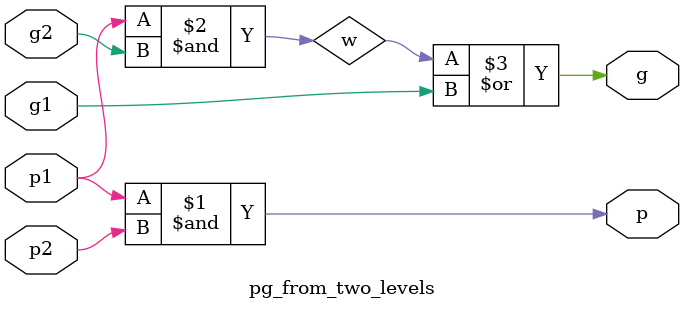
<source format=v>
module han_carlson_adder(a,b,sum,cout);

	input [15:0] a,b;
	output [15:0] sum;
	output cout;

	wire [15:0] p,g,c;

	genvar i;
	generate
		for(i=0;i<=15;i=i+1)
			get_pg p_g(a[i],b[i],p[i],g[i]);
	endgenerate

	han_carlson_levels c_gen(p,g,c);

	assign sum[0]=p[0];
	generate
		for(i=1;i<=15;i=i+1)
			assign sum[i]=p[i]^c[i-1];
	endgenerate
	assign cout=c[15];

endmodule

module  han_carlson_levels(p,g,c);

	input [15:0] p,g;
	output [15:0] c;

	// begin
	pg_from_two_levels b11(p[15],g[15],p[14],g[14],p15_14,g15_14);
	pg_from_two_levels b12(p[13],g[13],p[12],g[12],p13_12,g13_12);
	pg_from_two_levels b13(p[11],g[11],p[10],g[10],p11_10,g11_10);
	pg_from_two_levels b14(p[9],g[9],p[8],g[8],p9_8,g9_8);
	pg_from_two_levels b15(p[7],g[7],p[6],g[6],p7_6,g7_6);
	pg_from_two_levels b16(p[5],g[5],p[4],g[4],p5_4,g5_4);
	pg_from_two_levels b17(p[3],g[3],p[2],g[2],p3_2,g3_2);
	g_from_one_level g11(p[1],g[1],g[0],g1_0);
	assign c[1]=g1_0;
	assign p0_0=p[0];
	assign g0_0=g[0];
	assign p2_2=p[2];
	assign g2_2=g[2];
	assign p4_4=p[4];
	assign g4_4=g[4];
	assign p6_6=p[6];
	assign g6_6=g[6];
	assign p8_8=p[8];
	assign g8_8=g[8];
	assign p10_10=p[10];
	assign g10_10=g[10];
	assign p12_12=p[12];
	assign g12_12=g[12];
	assign p14_14=p[14];
	assign g14_14=g[14];

	// level 2
	pg_from_two_levels b21(p15_14,g15_14,p13_12,g13_12,p15_12,g15_12);
	pg_from_two_levels b22(p13_12,g13_12,p11_10,g11_10,p13_10,g13_10);
	pg_from_two_levels b23(p11_10,g11_10,p9_8,g9_8,p11_8,g11_8);
	pg_from_two_levels b24(p9_8,g9_8,p7_6,g7_6,p9_6,g9_6);
	pg_from_two_levels b25(p7_6,g7_6,p5_4,g5_4,p7_4,g7_4);
	pg_from_two_levels b26(p5_4,g5_4,p3_2,g3_2,p5_2,g5_2);
	g_from_one_level g21(p3_2,g3_2,g1_0,g3_0);
	assign c[3]=g3_0;

	// level 3
	pg_from_two_levels b31(p15_12,g15_12,p11_8,g11_8,p15_8,g15_8);
	pg_from_two_levels b32(p13_10,g13_10,p9_6,g9_6,p13_6,g13_6);
	pg_from_two_levels b33(p11_8,g11_8,p7_4,g7_4,p11_4,g11_4);
	pg_from_two_levels b34(p9_6,g9_6,p5_2,g5_2,p9_2,g9_2);
	g_from_one_level g31(p7_4,g7_4,g3_0,g7_0);
	assign c[7]=g7_0;
	g_from_one_level g32(p5_2,g5_2,g1_0,g5_0);
	assign c[5]=g5_0;

	// level 4
	g_from_one_level g41(p15_8,g15_8,g7_0,g15_0);
	assign c[15]=g15_0;
	g_from_one_level g42(p13_6,g13_6,g5_0,g13_0);
	assign c[13]=g13_0;
	g_from_one_level g43(p11_4,g11_4,g3_0,g11_0);
	assign c[11]=g11_0;
	g_from_one_level g44(p9_2,g9_2,g1_0,g9_0);
	assign c[9]=g9_0;

	// level 5
	g_from_one_level g51(p2_2,g2_2,g1_0,c[2]);
	g_from_one_level g52(p4_4,g4_4,g3_0,c[4]);
	g_from_one_level g53(p6_6,g6_6,g5_0,c[6]);
	g_from_one_level g54(p8_8,g8_8,g7_0,c[8]);
	g_from_one_level g55(p10_10,g10_10,g9_0,c[10]);
	g_from_one_level g56(p12_12,g12_12,g11_0,c[12]);
	g_from_one_level g57(p14_14,g14_14,g13_0,c[14]);
	assign c[0]=g0_0;

endmodule

module get_pg(a,b,p,g);

	input a,b;
	output p,g;

	xor (p,a,b);
	and (g,a,b);

endmodule

module g_from_one_level(p1,g1,g2,g);

	input p1,g1,g2;
	output g;

	wire w;

	and (w,p1,g2);
	or (g,g1,w);

endmodule

module pg_from_two_levels(p1,g1,p2,g2,p,g);

	input p1,g1,p2,g2;
	output p,g;

	wire w;

	and (p,p1,p2);
	and (w,p1,g2);
	or (g,w,g1);

endmodule
</source>
